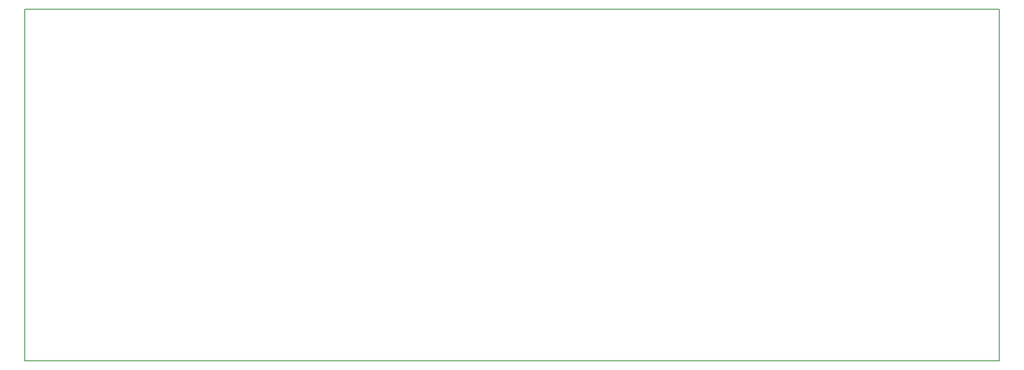
<source format=gbr>
G04 #@! TF.GenerationSoftware,KiCad,Pcbnew,(5.0.2)-1*
G04 #@! TF.CreationDate,2019-01-01T18:45:18-08:00*
G04 #@! TF.ProjectId,500-1063C,3530302d-3130-4363-9343-2e6b69636164,rev?*
G04 #@! TF.SameCoordinates,Original*
G04 #@! TF.FileFunction,Profile,NP*
%FSLAX46Y46*%
G04 Gerber Fmt 4.6, Leading zero omitted, Abs format (unit mm)*
G04 Created by KiCad (PCBNEW (5.0.2)-1) date 1/1/2019 6:45:18 PM*
%MOMM*%
%LPD*%
G01*
G04 APERTURE LIST*
%ADD10C,0.150000*%
G04 APERTURE END LIST*
D10*
X66040000Y-127000000D02*
X67310000Y-127000000D01*
X66040000Y-55880000D02*
X66040000Y-127000000D01*
X71120000Y-55880000D02*
X66040000Y-55880000D01*
X73660000Y-55880000D02*
X71120000Y-55880000D01*
X262890000Y-55880000D02*
X73660000Y-55880000D01*
X262890000Y-127000000D02*
X262890000Y-55880000D01*
X238760000Y-127000000D02*
X262890000Y-127000000D01*
X67310000Y-127000000D02*
X238760000Y-127000000D01*
M02*

</source>
